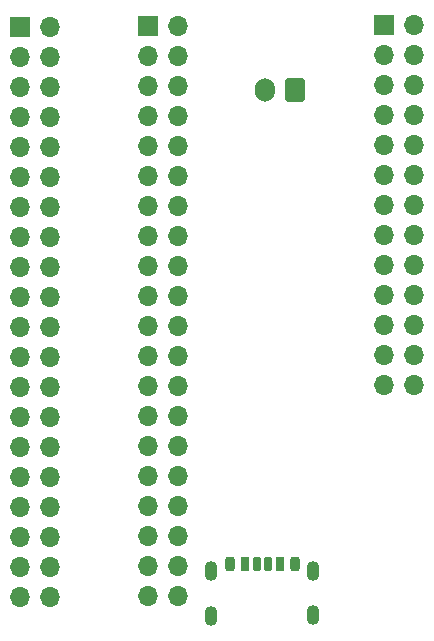
<source format=gbr>
%TF.GenerationSoftware,KiCad,Pcbnew,(6.0.0)*%
%TF.CreationDate,2022-02-24T11:08:30-05:00*%
%TF.ProjectId,PI4Adapter,50493441-6461-4707-9465-722e6b696361,0.1a*%
%TF.SameCoordinates,Original*%
%TF.FileFunction,Soldermask,Top*%
%TF.FilePolarity,Negative*%
%FSLAX46Y46*%
G04 Gerber Fmt 4.6, Leading zero omitted, Abs format (unit mm)*
G04 Created by KiCad (PCBNEW (6.0.0)) date 2022-02-24 11:08:30*
%MOMM*%
%LPD*%
G01*
G04 APERTURE LIST*
G04 Aperture macros list*
%AMRoundRect*
0 Rectangle with rounded corners*
0 $1 Rounding radius*
0 $2 $3 $4 $5 $6 $7 $8 $9 X,Y pos of 4 corners*
0 Add a 4 corners polygon primitive as box body*
4,1,4,$2,$3,$4,$5,$6,$7,$8,$9,$2,$3,0*
0 Add four circle primitives for the rounded corners*
1,1,$1+$1,$2,$3*
1,1,$1+$1,$4,$5*
1,1,$1+$1,$6,$7*
1,1,$1+$1,$8,$9*
0 Add four rect primitives between the rounded corners*
20,1,$1+$1,$2,$3,$4,$5,0*
20,1,$1+$1,$4,$5,$6,$7,0*
20,1,$1+$1,$6,$7,$8,$9,0*
20,1,$1+$1,$8,$9,$2,$3,0*%
G04 Aperture macros list end*
%ADD10RoundRect,0.175000X-0.175000X-0.425000X0.175000X-0.425000X0.175000X0.425000X-0.175000X0.425000X0*%
%ADD11RoundRect,0.190000X-0.190000X-0.410000X0.190000X-0.410000X0.190000X0.410000X-0.190000X0.410000X0*%
%ADD12RoundRect,0.200000X-0.200000X-0.400000X0.200000X-0.400000X0.200000X0.400000X-0.200000X0.400000X0*%
%ADD13O,1.100000X1.700000*%
%ADD14R,1.700000X1.700000*%
%ADD15O,1.700000X1.700000*%
%ADD16RoundRect,0.250000X0.600000X0.750000X-0.600000X0.750000X-0.600000X-0.750000X0.600000X-0.750000X0*%
%ADD17O,1.700000X2.000000*%
G04 APERTURE END LIST*
D10*
%TO.C,U1*%
X128249790Y-123159543D03*
D11*
X130269790Y-123159543D03*
D12*
X131499790Y-123159543D03*
D10*
X129249790Y-123159543D03*
D11*
X127229790Y-123159543D03*
D12*
X125999790Y-123159543D03*
D13*
X133017844Y-123771094D03*
X133017844Y-127519648D03*
X124377844Y-123771094D03*
X124377844Y-127569325D03*
%TD*%
D14*
%TO.C,J2*%
X119025000Y-77625000D03*
D15*
X121565000Y-77625000D03*
X119025000Y-80165000D03*
X121565000Y-80165000D03*
X119025000Y-82705000D03*
X121565000Y-82705000D03*
X119025000Y-85245000D03*
X121565000Y-85245000D03*
X119025000Y-87785000D03*
X121565000Y-87785000D03*
X119025000Y-90325000D03*
X121565000Y-90325000D03*
X119025000Y-92865000D03*
X121565000Y-92865000D03*
X119025000Y-95405000D03*
X121565000Y-95405000D03*
X119025000Y-97945000D03*
X121565000Y-97945000D03*
X119025000Y-100485000D03*
X121565000Y-100485000D03*
X119025000Y-103025000D03*
X121565000Y-103025000D03*
X119025000Y-105565000D03*
X121565000Y-105565000D03*
X119025000Y-108105000D03*
X121565000Y-108105000D03*
X119025000Y-110645000D03*
X121565000Y-110645000D03*
X119025000Y-113185000D03*
X121565000Y-113185000D03*
X119025000Y-115725000D03*
X121565000Y-115725000D03*
X119025000Y-118265000D03*
X121565000Y-118265000D03*
X119025000Y-120805000D03*
X121565000Y-120805000D03*
X119025000Y-123345000D03*
X121565000Y-123345000D03*
X119025000Y-125885000D03*
X121565000Y-125885000D03*
%TD*%
D16*
%TO.C,J4*%
X131500000Y-83050000D03*
D17*
X129000000Y-83050000D03*
%TD*%
D14*
%TO.C,J1*%
X108250000Y-77700000D03*
D15*
X110790000Y-77700000D03*
X108250000Y-80240000D03*
X110790000Y-80240000D03*
X108250000Y-82780000D03*
X110790000Y-82780000D03*
X108250000Y-85320000D03*
X110790000Y-85320000D03*
X108250000Y-87860000D03*
X110790000Y-87860000D03*
X108250000Y-90400000D03*
X110790000Y-90400000D03*
X108250000Y-92940000D03*
X110790000Y-92940000D03*
X108250000Y-95480000D03*
X110790000Y-95480000D03*
X108250000Y-98020000D03*
X110790000Y-98020000D03*
X108250000Y-100560000D03*
X110790000Y-100560000D03*
X108250000Y-103100000D03*
X110790000Y-103100000D03*
X108250000Y-105640000D03*
X110790000Y-105640000D03*
X108250000Y-108180000D03*
X110790000Y-108180000D03*
X108250000Y-110720000D03*
X110790000Y-110720000D03*
X108250000Y-113260000D03*
X110790000Y-113260000D03*
X108250000Y-115800000D03*
X110790000Y-115800000D03*
X108250000Y-118340000D03*
X110790000Y-118340000D03*
X108250000Y-120880000D03*
X110790000Y-120880000D03*
X108250000Y-123420000D03*
X110790000Y-123420000D03*
X108250000Y-125960000D03*
X110790000Y-125960000D03*
%TD*%
D14*
%TO.C,J3*%
X139060000Y-77575000D03*
D15*
X141600000Y-77575000D03*
X139060000Y-80115000D03*
X141600000Y-80115000D03*
X139060000Y-82655000D03*
X141600000Y-82655000D03*
X139060000Y-85195000D03*
X141600000Y-85195000D03*
X139060000Y-87735000D03*
X141600000Y-87735000D03*
X139060000Y-90275000D03*
X141600000Y-90275000D03*
X139060000Y-92815000D03*
X141600000Y-92815000D03*
X139060000Y-95355000D03*
X141600000Y-95355000D03*
X139060000Y-97895000D03*
X141600000Y-97895000D03*
X139060000Y-100435000D03*
X141600000Y-100435000D03*
X139060000Y-102975000D03*
X141600000Y-102975000D03*
X139060000Y-105515000D03*
X141600000Y-105515000D03*
X139060000Y-108055000D03*
X141600000Y-108055000D03*
%TD*%
M02*

</source>
